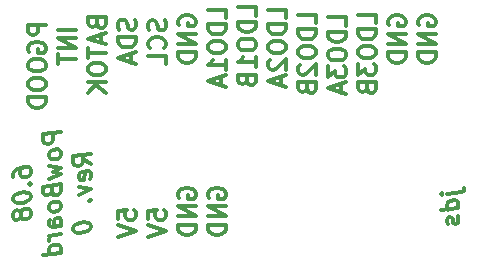
<source format=gbo>
G04 #@! TF.FileFunction,Legend,Bot*
%FSLAX46Y46*%
G04 Gerber Fmt 4.6, Leading zero omitted, Abs format (unit mm)*
G04 Created by KiCad (PCBNEW 4.0.6) date Monday, December 04, 2017 'PMt' 08:22:42 PM*
%MOMM*%
%LPD*%
G01*
G04 APERTURE LIST*
%ADD10C,0.100000*%
%ADD11C,0.300000*%
G04 APERTURE END LIST*
D10*
D11*
X184463571Y-128294465D02*
X185749286Y-128133750D01*
X185892143Y-128044464D01*
X185963571Y-127892679D01*
X185963571Y-127821251D01*
X183963571Y-128356965D02*
X184035000Y-128276607D01*
X184106429Y-128339107D01*
X184035000Y-128419464D01*
X183963571Y-128356965D01*
X184106429Y-128339107D01*
X185463571Y-129526608D02*
X183963571Y-129714108D01*
X185392143Y-129535536D02*
X185463571Y-129383751D01*
X185463571Y-129098037D01*
X185392143Y-128964107D01*
X185320714Y-128901608D01*
X185177857Y-128848036D01*
X184749286Y-128901607D01*
X184606429Y-128990893D01*
X184535000Y-129071250D01*
X184463571Y-129223037D01*
X184463571Y-129508751D01*
X184535000Y-129642679D01*
X185392143Y-130178393D02*
X185463571Y-130312322D01*
X185463571Y-130598037D01*
X185392143Y-130749822D01*
X185249286Y-130839107D01*
X185177857Y-130848036D01*
X185035000Y-130794465D01*
X184963571Y-130660537D01*
X184963571Y-130446251D01*
X184892143Y-130312322D01*
X184749286Y-130258750D01*
X184677857Y-130267679D01*
X184535000Y-130356965D01*
X184463571Y-130508751D01*
X184463571Y-130723037D01*
X184535000Y-130856965D01*
X147758571Y-126872680D02*
X147758571Y-126586966D01*
X147830000Y-126435180D01*
X147901429Y-126354822D01*
X148115714Y-126185180D01*
X148401429Y-126078036D01*
X148972857Y-126006608D01*
X149115714Y-126060180D01*
X149187143Y-126122679D01*
X149258571Y-126256609D01*
X149258571Y-126542323D01*
X149187143Y-126694108D01*
X149115714Y-126774466D01*
X148972857Y-126863751D01*
X148615714Y-126908394D01*
X148472857Y-126854823D01*
X148401429Y-126792322D01*
X148330000Y-126658394D01*
X148330000Y-126372680D01*
X148401429Y-126220893D01*
X148472857Y-126140537D01*
X148615714Y-126051251D01*
X149115714Y-127488751D02*
X149187143Y-127551250D01*
X149258571Y-127470894D01*
X149187143Y-127408393D01*
X149115714Y-127488751D01*
X149258571Y-127470894D01*
X147758571Y-128658394D02*
X147758571Y-128801251D01*
X147830000Y-128935179D01*
X147901429Y-128997679D01*
X148044286Y-129051251D01*
X148330000Y-129086965D01*
X148687143Y-129042322D01*
X148972857Y-128935180D01*
X149115714Y-128845894D01*
X149187143Y-128765536D01*
X149258571Y-128613751D01*
X149258571Y-128470894D01*
X149187143Y-128336965D01*
X149115714Y-128274465D01*
X148972857Y-128220894D01*
X148687143Y-128185179D01*
X148330000Y-128229822D01*
X148044286Y-128336965D01*
X147901429Y-128426250D01*
X147830000Y-128506608D01*
X147758571Y-128658394D01*
X148401429Y-129935179D02*
X148330000Y-129801250D01*
X148258571Y-129738751D01*
X148115714Y-129685179D01*
X148044286Y-129694107D01*
X147901429Y-129783393D01*
X147830000Y-129863750D01*
X147758571Y-130015537D01*
X147758571Y-130301251D01*
X147830000Y-130435179D01*
X147901429Y-130497679D01*
X148044286Y-130551250D01*
X148115714Y-130542322D01*
X148258571Y-130453037D01*
X148330000Y-130372679D01*
X148401429Y-130220893D01*
X148401429Y-129935179D01*
X148472857Y-129783393D01*
X148544286Y-129703036D01*
X148687143Y-129613750D01*
X148972857Y-129578036D01*
X149115714Y-129631608D01*
X149187143Y-129694107D01*
X149258571Y-129828037D01*
X149258571Y-130113751D01*
X149187143Y-130265536D01*
X149115714Y-130345894D01*
X148972857Y-130435179D01*
X148687143Y-130470893D01*
X148544286Y-130417322D01*
X148472857Y-130354822D01*
X148401429Y-130220893D01*
X151808571Y-123078036D02*
X150308571Y-123265536D01*
X150308571Y-123836964D01*
X150380000Y-123970893D01*
X150451429Y-124033392D01*
X150594286Y-124086964D01*
X150808571Y-124060179D01*
X150951429Y-123970892D01*
X151022857Y-123890536D01*
X151094286Y-123738749D01*
X151094286Y-123167321D01*
X151808571Y-124792322D02*
X151737143Y-124658392D01*
X151665714Y-124595893D01*
X151522857Y-124542321D01*
X151094286Y-124595892D01*
X150951429Y-124685178D01*
X150880000Y-124765535D01*
X150808571Y-124917322D01*
X150808571Y-125131607D01*
X150880000Y-125265535D01*
X150951429Y-125328035D01*
X151094286Y-125381607D01*
X151522857Y-125328036D01*
X151665714Y-125238750D01*
X151737143Y-125158392D01*
X151808571Y-125006607D01*
X151808571Y-124792322D01*
X150808571Y-125917322D02*
X151808571Y-126078036D01*
X151094286Y-126453035D01*
X151808571Y-126649465D01*
X150808571Y-127060179D01*
X151022857Y-128104822D02*
X151094286Y-128310179D01*
X151165714Y-128372679D01*
X151308571Y-128426251D01*
X151522857Y-128399465D01*
X151665714Y-128310179D01*
X151737143Y-128229822D01*
X151808571Y-128078036D01*
X151808571Y-127506608D01*
X150308571Y-127694108D01*
X150308571Y-128194108D01*
X150380000Y-128328036D01*
X150451429Y-128390536D01*
X150594286Y-128444107D01*
X150737143Y-128426250D01*
X150880000Y-128336965D01*
X150951429Y-128256607D01*
X151022857Y-128104822D01*
X151022857Y-127604822D01*
X151808571Y-129220894D02*
X151737143Y-129086964D01*
X151665714Y-129024465D01*
X151522857Y-128970893D01*
X151094286Y-129024464D01*
X150951429Y-129113750D01*
X150880000Y-129194107D01*
X150808571Y-129345894D01*
X150808571Y-129560179D01*
X150880000Y-129694107D01*
X150951429Y-129756607D01*
X151094286Y-129810179D01*
X151522857Y-129756608D01*
X151665714Y-129667322D01*
X151737143Y-129586964D01*
X151808571Y-129435179D01*
X151808571Y-129220894D01*
X151808571Y-131006608D02*
X151022857Y-131104822D01*
X150880000Y-131051250D01*
X150808571Y-130917322D01*
X150808571Y-130631608D01*
X150880000Y-130479822D01*
X151737143Y-131015536D02*
X151808571Y-130863751D01*
X151808571Y-130506608D01*
X151737143Y-130372679D01*
X151594286Y-130319107D01*
X151451429Y-130336964D01*
X151308571Y-130426251D01*
X151237143Y-130578036D01*
X151237143Y-130935179D01*
X151165714Y-131086965D01*
X151808571Y-131720894D02*
X150808571Y-131845894D01*
X151094286Y-131810179D02*
X150951429Y-131899464D01*
X150880000Y-131979822D01*
X150808571Y-132131608D01*
X150808571Y-132274465D01*
X151808571Y-133292322D02*
X150308571Y-133479822D01*
X151737143Y-133301250D02*
X151808571Y-133149465D01*
X151808571Y-132863751D01*
X151737143Y-132729821D01*
X151665714Y-132667322D01*
X151522857Y-132613750D01*
X151094286Y-132667321D01*
X150951429Y-132756607D01*
X150880000Y-132836964D01*
X150808571Y-132988751D01*
X150808571Y-133274465D01*
X150880000Y-133408393D01*
X154358571Y-125792323D02*
X153644286Y-125381608D01*
X154358571Y-124935180D02*
X152858571Y-125122680D01*
X152858571Y-125694108D01*
X152930000Y-125828037D01*
X153001429Y-125890536D01*
X153144286Y-125944108D01*
X153358571Y-125917323D01*
X153501429Y-125828036D01*
X153572857Y-125747680D01*
X153644286Y-125595893D01*
X153644286Y-125024465D01*
X154287143Y-127015536D02*
X154358571Y-126863751D01*
X154358571Y-126578037D01*
X154287143Y-126444108D01*
X154144286Y-126390536D01*
X153572857Y-126461965D01*
X153430000Y-126551251D01*
X153358571Y-126703037D01*
X153358571Y-126988751D01*
X153430000Y-127122679D01*
X153572857Y-127176251D01*
X153715714Y-127158394D01*
X153858571Y-126426251D01*
X153358571Y-127703037D02*
X154358571Y-127935180D01*
X153358571Y-128417322D01*
X154215714Y-128881608D02*
X154287143Y-128944107D01*
X154358571Y-128863751D01*
X154287143Y-128801250D01*
X154215714Y-128881608D01*
X154358571Y-128863751D01*
X152858571Y-131194108D02*
X152858571Y-131336965D01*
X152930000Y-131470893D01*
X153001429Y-131533393D01*
X153144286Y-131586965D01*
X153430000Y-131622679D01*
X153787143Y-131578036D01*
X154072857Y-131470894D01*
X154215714Y-131381608D01*
X154287143Y-131301250D01*
X154358571Y-131149465D01*
X154358571Y-131006608D01*
X154287143Y-130872679D01*
X154215714Y-130810179D01*
X154072857Y-130756608D01*
X153787143Y-130720893D01*
X153430000Y-130765536D01*
X153144286Y-130872679D01*
X153001429Y-130961964D01*
X152930000Y-131042322D01*
X152858571Y-131194108D01*
X156658571Y-130437144D02*
X156658571Y-129722858D01*
X157372857Y-129651429D01*
X157301429Y-129722858D01*
X157230000Y-129865715D01*
X157230000Y-130222858D01*
X157301429Y-130365715D01*
X157372857Y-130437144D01*
X157515714Y-130508572D01*
X157872857Y-130508572D01*
X158015714Y-130437144D01*
X158087143Y-130365715D01*
X158158571Y-130222858D01*
X158158571Y-129865715D01*
X158087143Y-129722858D01*
X158015714Y-129651429D01*
X156658571Y-130937143D02*
X158158571Y-131437143D01*
X156658571Y-131937143D01*
X159198571Y-130437144D02*
X159198571Y-129722858D01*
X159912857Y-129651429D01*
X159841429Y-129722858D01*
X159770000Y-129865715D01*
X159770000Y-130222858D01*
X159841429Y-130365715D01*
X159912857Y-130437144D01*
X160055714Y-130508572D01*
X160412857Y-130508572D01*
X160555714Y-130437144D01*
X160627143Y-130365715D01*
X160698571Y-130222858D01*
X160698571Y-129865715D01*
X160627143Y-129722858D01*
X160555714Y-129651429D01*
X159198571Y-130937143D02*
X160698571Y-131437143D01*
X159198571Y-131937143D01*
X161810000Y-128651428D02*
X161738571Y-128508571D01*
X161738571Y-128294285D01*
X161810000Y-128080000D01*
X161952857Y-127937142D01*
X162095714Y-127865714D01*
X162381429Y-127794285D01*
X162595714Y-127794285D01*
X162881429Y-127865714D01*
X163024286Y-127937142D01*
X163167143Y-128080000D01*
X163238571Y-128294285D01*
X163238571Y-128437142D01*
X163167143Y-128651428D01*
X163095714Y-128722857D01*
X162595714Y-128722857D01*
X162595714Y-128437142D01*
X163238571Y-129365714D02*
X161738571Y-129365714D01*
X163238571Y-130222857D01*
X161738571Y-130222857D01*
X163238571Y-130937143D02*
X161738571Y-130937143D01*
X161738571Y-131294286D01*
X161810000Y-131508571D01*
X161952857Y-131651429D01*
X162095714Y-131722857D01*
X162381429Y-131794286D01*
X162595714Y-131794286D01*
X162881429Y-131722857D01*
X163024286Y-131651429D01*
X163167143Y-131508571D01*
X163238571Y-131294286D01*
X163238571Y-130937143D01*
X164350000Y-128651428D02*
X164278571Y-128508571D01*
X164278571Y-128294285D01*
X164350000Y-128080000D01*
X164492857Y-127937142D01*
X164635714Y-127865714D01*
X164921429Y-127794285D01*
X165135714Y-127794285D01*
X165421429Y-127865714D01*
X165564286Y-127937142D01*
X165707143Y-128080000D01*
X165778571Y-128294285D01*
X165778571Y-128437142D01*
X165707143Y-128651428D01*
X165635714Y-128722857D01*
X165135714Y-128722857D01*
X165135714Y-128437142D01*
X165778571Y-129365714D02*
X164278571Y-129365714D01*
X165778571Y-130222857D01*
X164278571Y-130222857D01*
X165778571Y-130937143D02*
X164278571Y-130937143D01*
X164278571Y-131294286D01*
X164350000Y-131508571D01*
X164492857Y-131651429D01*
X164635714Y-131722857D01*
X164921429Y-131794286D01*
X165135714Y-131794286D01*
X165421429Y-131722857D01*
X165564286Y-131651429D01*
X165707143Y-131508571D01*
X165778571Y-131294286D01*
X165778571Y-130937143D01*
X150538571Y-113999285D02*
X149038571Y-113999285D01*
X149038571Y-114570713D01*
X149110000Y-114713571D01*
X149181429Y-114784999D01*
X149324286Y-114856428D01*
X149538571Y-114856428D01*
X149681429Y-114784999D01*
X149752857Y-114713571D01*
X149824286Y-114570713D01*
X149824286Y-113999285D01*
X149110000Y-116284999D02*
X149038571Y-116142142D01*
X149038571Y-115927856D01*
X149110000Y-115713571D01*
X149252857Y-115570713D01*
X149395714Y-115499285D01*
X149681429Y-115427856D01*
X149895714Y-115427856D01*
X150181429Y-115499285D01*
X150324286Y-115570713D01*
X150467143Y-115713571D01*
X150538571Y-115927856D01*
X150538571Y-116070713D01*
X150467143Y-116284999D01*
X150395714Y-116356428D01*
X149895714Y-116356428D01*
X149895714Y-116070713D01*
X149038571Y-117284999D02*
X149038571Y-117570713D01*
X149110000Y-117713571D01*
X149252857Y-117856428D01*
X149538571Y-117927856D01*
X150038571Y-117927856D01*
X150324286Y-117856428D01*
X150467143Y-117713571D01*
X150538571Y-117570713D01*
X150538571Y-117284999D01*
X150467143Y-117142142D01*
X150324286Y-116999285D01*
X150038571Y-116927856D01*
X149538571Y-116927856D01*
X149252857Y-116999285D01*
X149110000Y-117142142D01*
X149038571Y-117284999D01*
X149038571Y-118856428D02*
X149038571Y-119142142D01*
X149110000Y-119285000D01*
X149252857Y-119427857D01*
X149538571Y-119499285D01*
X150038571Y-119499285D01*
X150324286Y-119427857D01*
X150467143Y-119285000D01*
X150538571Y-119142142D01*
X150538571Y-118856428D01*
X150467143Y-118713571D01*
X150324286Y-118570714D01*
X150038571Y-118499285D01*
X149538571Y-118499285D01*
X149252857Y-118570714D01*
X149110000Y-118713571D01*
X149038571Y-118856428D01*
X150538571Y-120142143D02*
X149038571Y-120142143D01*
X149038571Y-120499286D01*
X149110000Y-120713571D01*
X149252857Y-120856429D01*
X149395714Y-120927857D01*
X149681429Y-120999286D01*
X149895714Y-120999286D01*
X150181429Y-120927857D01*
X150324286Y-120856429D01*
X150467143Y-120713571D01*
X150538571Y-120499286D01*
X150538571Y-120142143D01*
X153078571Y-114403571D02*
X151578571Y-114403571D01*
X153078571Y-115117857D02*
X151578571Y-115117857D01*
X153078571Y-115975000D01*
X151578571Y-115975000D01*
X151578571Y-116475000D02*
X151578571Y-117332143D01*
X153078571Y-116903572D02*
X151578571Y-116903572D01*
X154832857Y-113872143D02*
X154904286Y-114086429D01*
X154975714Y-114157857D01*
X155118571Y-114229286D01*
X155332857Y-114229286D01*
X155475714Y-114157857D01*
X155547143Y-114086429D01*
X155618571Y-113943571D01*
X155618571Y-113372143D01*
X154118571Y-113372143D01*
X154118571Y-113872143D01*
X154190000Y-114015000D01*
X154261429Y-114086429D01*
X154404286Y-114157857D01*
X154547143Y-114157857D01*
X154690000Y-114086429D01*
X154761429Y-114015000D01*
X154832857Y-113872143D01*
X154832857Y-113372143D01*
X155190000Y-114800714D02*
X155190000Y-115515000D01*
X155618571Y-114657857D02*
X154118571Y-115157857D01*
X155618571Y-115657857D01*
X154118571Y-115943571D02*
X154118571Y-116800714D01*
X155618571Y-116372143D02*
X154118571Y-116372143D01*
X154118571Y-117586428D02*
X154118571Y-117872142D01*
X154190000Y-118015000D01*
X154332857Y-118157857D01*
X154618571Y-118229285D01*
X155118571Y-118229285D01*
X155404286Y-118157857D01*
X155547143Y-118015000D01*
X155618571Y-117872142D01*
X155618571Y-117586428D01*
X155547143Y-117443571D01*
X155404286Y-117300714D01*
X155118571Y-117229285D01*
X154618571Y-117229285D01*
X154332857Y-117300714D01*
X154190000Y-117443571D01*
X154118571Y-117586428D01*
X155618571Y-118872143D02*
X154118571Y-118872143D01*
X155618571Y-119729286D02*
X154761429Y-119086429D01*
X154118571Y-119729286D02*
X154975714Y-118872143D01*
X158087143Y-113546429D02*
X158158571Y-113760715D01*
X158158571Y-114117858D01*
X158087143Y-114260715D01*
X158015714Y-114332144D01*
X157872857Y-114403572D01*
X157730000Y-114403572D01*
X157587143Y-114332144D01*
X157515714Y-114260715D01*
X157444286Y-114117858D01*
X157372857Y-113832144D01*
X157301429Y-113689286D01*
X157230000Y-113617858D01*
X157087143Y-113546429D01*
X156944286Y-113546429D01*
X156801429Y-113617858D01*
X156730000Y-113689286D01*
X156658571Y-113832144D01*
X156658571Y-114189286D01*
X156730000Y-114403572D01*
X158158571Y-115046429D02*
X156658571Y-115046429D01*
X156658571Y-115403572D01*
X156730000Y-115617857D01*
X156872857Y-115760715D01*
X157015714Y-115832143D01*
X157301429Y-115903572D01*
X157515714Y-115903572D01*
X157801429Y-115832143D01*
X157944286Y-115760715D01*
X158087143Y-115617857D01*
X158158571Y-115403572D01*
X158158571Y-115046429D01*
X157730000Y-116475000D02*
X157730000Y-117189286D01*
X158158571Y-116332143D02*
X156658571Y-116832143D01*
X158158571Y-117332143D01*
X160627143Y-113617857D02*
X160698571Y-113832143D01*
X160698571Y-114189286D01*
X160627143Y-114332143D01*
X160555714Y-114403572D01*
X160412857Y-114475000D01*
X160270000Y-114475000D01*
X160127143Y-114403572D01*
X160055714Y-114332143D01*
X159984286Y-114189286D01*
X159912857Y-113903572D01*
X159841429Y-113760714D01*
X159770000Y-113689286D01*
X159627143Y-113617857D01*
X159484286Y-113617857D01*
X159341429Y-113689286D01*
X159270000Y-113760714D01*
X159198571Y-113903572D01*
X159198571Y-114260714D01*
X159270000Y-114475000D01*
X160555714Y-115975000D02*
X160627143Y-115903571D01*
X160698571Y-115689285D01*
X160698571Y-115546428D01*
X160627143Y-115332143D01*
X160484286Y-115189285D01*
X160341429Y-115117857D01*
X160055714Y-115046428D01*
X159841429Y-115046428D01*
X159555714Y-115117857D01*
X159412857Y-115189285D01*
X159270000Y-115332143D01*
X159198571Y-115546428D01*
X159198571Y-115689285D01*
X159270000Y-115903571D01*
X159341429Y-115975000D01*
X160698571Y-117332143D02*
X160698571Y-116617857D01*
X159198571Y-116617857D01*
X161810000Y-114046428D02*
X161738571Y-113903571D01*
X161738571Y-113689285D01*
X161810000Y-113475000D01*
X161952857Y-113332142D01*
X162095714Y-113260714D01*
X162381429Y-113189285D01*
X162595714Y-113189285D01*
X162881429Y-113260714D01*
X163024286Y-113332142D01*
X163167143Y-113475000D01*
X163238571Y-113689285D01*
X163238571Y-113832142D01*
X163167143Y-114046428D01*
X163095714Y-114117857D01*
X162595714Y-114117857D01*
X162595714Y-113832142D01*
X163238571Y-114760714D02*
X161738571Y-114760714D01*
X163238571Y-115617857D01*
X161738571Y-115617857D01*
X163238571Y-116332143D02*
X161738571Y-116332143D01*
X161738571Y-116689286D01*
X161810000Y-116903571D01*
X161952857Y-117046429D01*
X162095714Y-117117857D01*
X162381429Y-117189286D01*
X162595714Y-117189286D01*
X162881429Y-117117857D01*
X163024286Y-117046429D01*
X163167143Y-116903571D01*
X163238571Y-116689286D01*
X163238571Y-116332143D01*
X165778571Y-113451429D02*
X165778571Y-112737143D01*
X164278571Y-112737143D01*
X165778571Y-113951429D02*
X164278571Y-113951429D01*
X164278571Y-114308572D01*
X164350000Y-114522857D01*
X164492857Y-114665715D01*
X164635714Y-114737143D01*
X164921429Y-114808572D01*
X165135714Y-114808572D01*
X165421429Y-114737143D01*
X165564286Y-114665715D01*
X165707143Y-114522857D01*
X165778571Y-114308572D01*
X165778571Y-113951429D01*
X164278571Y-115737143D02*
X164278571Y-116022857D01*
X164350000Y-116165715D01*
X164492857Y-116308572D01*
X164778571Y-116380000D01*
X165278571Y-116380000D01*
X165564286Y-116308572D01*
X165707143Y-116165715D01*
X165778571Y-116022857D01*
X165778571Y-115737143D01*
X165707143Y-115594286D01*
X165564286Y-115451429D01*
X165278571Y-115380000D01*
X164778571Y-115380000D01*
X164492857Y-115451429D01*
X164350000Y-115594286D01*
X164278571Y-115737143D01*
X165778571Y-117808572D02*
X165778571Y-116951429D01*
X165778571Y-117380001D02*
X164278571Y-117380001D01*
X164492857Y-117237144D01*
X164635714Y-117094286D01*
X164707143Y-116951429D01*
X165350000Y-118380000D02*
X165350000Y-119094286D01*
X165778571Y-118237143D02*
X164278571Y-118737143D01*
X165778571Y-119237143D01*
X168318571Y-113237143D02*
X168318571Y-112522857D01*
X166818571Y-112522857D01*
X168318571Y-113737143D02*
X166818571Y-113737143D01*
X166818571Y-114094286D01*
X166890000Y-114308571D01*
X167032857Y-114451429D01*
X167175714Y-114522857D01*
X167461429Y-114594286D01*
X167675714Y-114594286D01*
X167961429Y-114522857D01*
X168104286Y-114451429D01*
X168247143Y-114308571D01*
X168318571Y-114094286D01*
X168318571Y-113737143D01*
X166818571Y-115522857D02*
X166818571Y-115808571D01*
X166890000Y-115951429D01*
X167032857Y-116094286D01*
X167318571Y-116165714D01*
X167818571Y-116165714D01*
X168104286Y-116094286D01*
X168247143Y-115951429D01*
X168318571Y-115808571D01*
X168318571Y-115522857D01*
X168247143Y-115380000D01*
X168104286Y-115237143D01*
X167818571Y-115165714D01*
X167318571Y-115165714D01*
X167032857Y-115237143D01*
X166890000Y-115380000D01*
X166818571Y-115522857D01*
X168318571Y-117594286D02*
X168318571Y-116737143D01*
X168318571Y-117165715D02*
X166818571Y-117165715D01*
X167032857Y-117022858D01*
X167175714Y-116880000D01*
X167247143Y-116737143D01*
X167532857Y-118737143D02*
X167604286Y-118951429D01*
X167675714Y-119022857D01*
X167818571Y-119094286D01*
X168032857Y-119094286D01*
X168175714Y-119022857D01*
X168247143Y-118951429D01*
X168318571Y-118808571D01*
X168318571Y-118237143D01*
X166818571Y-118237143D01*
X166818571Y-118737143D01*
X166890000Y-118880000D01*
X166961429Y-118951429D01*
X167104286Y-119022857D01*
X167247143Y-119022857D01*
X167390000Y-118951429D01*
X167461429Y-118880000D01*
X167532857Y-118737143D01*
X167532857Y-118237143D01*
X170858571Y-113451429D02*
X170858571Y-112737143D01*
X169358571Y-112737143D01*
X170858571Y-113951429D02*
X169358571Y-113951429D01*
X169358571Y-114308572D01*
X169430000Y-114522857D01*
X169572857Y-114665715D01*
X169715714Y-114737143D01*
X170001429Y-114808572D01*
X170215714Y-114808572D01*
X170501429Y-114737143D01*
X170644286Y-114665715D01*
X170787143Y-114522857D01*
X170858571Y-114308572D01*
X170858571Y-113951429D01*
X169358571Y-115737143D02*
X169358571Y-116022857D01*
X169430000Y-116165715D01*
X169572857Y-116308572D01*
X169858571Y-116380000D01*
X170358571Y-116380000D01*
X170644286Y-116308572D01*
X170787143Y-116165715D01*
X170858571Y-116022857D01*
X170858571Y-115737143D01*
X170787143Y-115594286D01*
X170644286Y-115451429D01*
X170358571Y-115380000D01*
X169858571Y-115380000D01*
X169572857Y-115451429D01*
X169430000Y-115594286D01*
X169358571Y-115737143D01*
X169501429Y-116951429D02*
X169430000Y-117022858D01*
X169358571Y-117165715D01*
X169358571Y-117522858D01*
X169430000Y-117665715D01*
X169501429Y-117737144D01*
X169644286Y-117808572D01*
X169787143Y-117808572D01*
X170001429Y-117737144D01*
X170858571Y-116880001D01*
X170858571Y-117808572D01*
X170430000Y-118380000D02*
X170430000Y-119094286D01*
X170858571Y-118237143D02*
X169358571Y-118737143D01*
X170858571Y-119237143D01*
X173398571Y-113872143D02*
X173398571Y-113157857D01*
X171898571Y-113157857D01*
X173398571Y-114372143D02*
X171898571Y-114372143D01*
X171898571Y-114729286D01*
X171970000Y-114943571D01*
X172112857Y-115086429D01*
X172255714Y-115157857D01*
X172541429Y-115229286D01*
X172755714Y-115229286D01*
X173041429Y-115157857D01*
X173184286Y-115086429D01*
X173327143Y-114943571D01*
X173398571Y-114729286D01*
X173398571Y-114372143D01*
X171898571Y-116157857D02*
X171898571Y-116443571D01*
X171970000Y-116586429D01*
X172112857Y-116729286D01*
X172398571Y-116800714D01*
X172898571Y-116800714D01*
X173184286Y-116729286D01*
X173327143Y-116586429D01*
X173398571Y-116443571D01*
X173398571Y-116157857D01*
X173327143Y-116015000D01*
X173184286Y-115872143D01*
X172898571Y-115800714D01*
X172398571Y-115800714D01*
X172112857Y-115872143D01*
X171970000Y-116015000D01*
X171898571Y-116157857D01*
X172041429Y-117372143D02*
X171970000Y-117443572D01*
X171898571Y-117586429D01*
X171898571Y-117943572D01*
X171970000Y-118086429D01*
X172041429Y-118157858D01*
X172184286Y-118229286D01*
X172327143Y-118229286D01*
X172541429Y-118157858D01*
X173398571Y-117300715D01*
X173398571Y-118229286D01*
X172612857Y-119372143D02*
X172684286Y-119586429D01*
X172755714Y-119657857D01*
X172898571Y-119729286D01*
X173112857Y-119729286D01*
X173255714Y-119657857D01*
X173327143Y-119586429D01*
X173398571Y-119443571D01*
X173398571Y-118872143D01*
X171898571Y-118872143D01*
X171898571Y-119372143D01*
X171970000Y-119515000D01*
X172041429Y-119586429D01*
X172184286Y-119657857D01*
X172327143Y-119657857D01*
X172470000Y-119586429D01*
X172541429Y-119515000D01*
X172612857Y-119372143D01*
X172612857Y-118872143D01*
X175938571Y-114086429D02*
X175938571Y-113372143D01*
X174438571Y-113372143D01*
X175938571Y-114586429D02*
X174438571Y-114586429D01*
X174438571Y-114943572D01*
X174510000Y-115157857D01*
X174652857Y-115300715D01*
X174795714Y-115372143D01*
X175081429Y-115443572D01*
X175295714Y-115443572D01*
X175581429Y-115372143D01*
X175724286Y-115300715D01*
X175867143Y-115157857D01*
X175938571Y-114943572D01*
X175938571Y-114586429D01*
X174438571Y-116372143D02*
X174438571Y-116657857D01*
X174510000Y-116800715D01*
X174652857Y-116943572D01*
X174938571Y-117015000D01*
X175438571Y-117015000D01*
X175724286Y-116943572D01*
X175867143Y-116800715D01*
X175938571Y-116657857D01*
X175938571Y-116372143D01*
X175867143Y-116229286D01*
X175724286Y-116086429D01*
X175438571Y-116015000D01*
X174938571Y-116015000D01*
X174652857Y-116086429D01*
X174510000Y-116229286D01*
X174438571Y-116372143D01*
X174438571Y-117515001D02*
X174438571Y-118443572D01*
X175010000Y-117943572D01*
X175010000Y-118157858D01*
X175081429Y-118300715D01*
X175152857Y-118372144D01*
X175295714Y-118443572D01*
X175652857Y-118443572D01*
X175795714Y-118372144D01*
X175867143Y-118300715D01*
X175938571Y-118157858D01*
X175938571Y-117729286D01*
X175867143Y-117586429D01*
X175795714Y-117515001D01*
X175510000Y-119015000D02*
X175510000Y-119729286D01*
X175938571Y-118872143D02*
X174438571Y-119372143D01*
X175938571Y-119872143D01*
X178478571Y-113872143D02*
X178478571Y-113157857D01*
X176978571Y-113157857D01*
X178478571Y-114372143D02*
X176978571Y-114372143D01*
X176978571Y-114729286D01*
X177050000Y-114943571D01*
X177192857Y-115086429D01*
X177335714Y-115157857D01*
X177621429Y-115229286D01*
X177835714Y-115229286D01*
X178121429Y-115157857D01*
X178264286Y-115086429D01*
X178407143Y-114943571D01*
X178478571Y-114729286D01*
X178478571Y-114372143D01*
X176978571Y-116157857D02*
X176978571Y-116443571D01*
X177050000Y-116586429D01*
X177192857Y-116729286D01*
X177478571Y-116800714D01*
X177978571Y-116800714D01*
X178264286Y-116729286D01*
X178407143Y-116586429D01*
X178478571Y-116443571D01*
X178478571Y-116157857D01*
X178407143Y-116015000D01*
X178264286Y-115872143D01*
X177978571Y-115800714D01*
X177478571Y-115800714D01*
X177192857Y-115872143D01*
X177050000Y-116015000D01*
X176978571Y-116157857D01*
X176978571Y-117300715D02*
X176978571Y-118229286D01*
X177550000Y-117729286D01*
X177550000Y-117943572D01*
X177621429Y-118086429D01*
X177692857Y-118157858D01*
X177835714Y-118229286D01*
X178192857Y-118229286D01*
X178335714Y-118157858D01*
X178407143Y-118086429D01*
X178478571Y-117943572D01*
X178478571Y-117515000D01*
X178407143Y-117372143D01*
X178335714Y-117300715D01*
X177692857Y-119372143D02*
X177764286Y-119586429D01*
X177835714Y-119657857D01*
X177978571Y-119729286D01*
X178192857Y-119729286D01*
X178335714Y-119657857D01*
X178407143Y-119586429D01*
X178478571Y-119443571D01*
X178478571Y-118872143D01*
X176978571Y-118872143D01*
X176978571Y-119372143D01*
X177050000Y-119515000D01*
X177121429Y-119586429D01*
X177264286Y-119657857D01*
X177407143Y-119657857D01*
X177550000Y-119586429D01*
X177621429Y-119515000D01*
X177692857Y-119372143D01*
X177692857Y-118872143D01*
X179590000Y-114046428D02*
X179518571Y-113903571D01*
X179518571Y-113689285D01*
X179590000Y-113475000D01*
X179732857Y-113332142D01*
X179875714Y-113260714D01*
X180161429Y-113189285D01*
X180375714Y-113189285D01*
X180661429Y-113260714D01*
X180804286Y-113332142D01*
X180947143Y-113475000D01*
X181018571Y-113689285D01*
X181018571Y-113832142D01*
X180947143Y-114046428D01*
X180875714Y-114117857D01*
X180375714Y-114117857D01*
X180375714Y-113832142D01*
X181018571Y-114760714D02*
X179518571Y-114760714D01*
X181018571Y-115617857D01*
X179518571Y-115617857D01*
X181018571Y-116332143D02*
X179518571Y-116332143D01*
X179518571Y-116689286D01*
X179590000Y-116903571D01*
X179732857Y-117046429D01*
X179875714Y-117117857D01*
X180161429Y-117189286D01*
X180375714Y-117189286D01*
X180661429Y-117117857D01*
X180804286Y-117046429D01*
X180947143Y-116903571D01*
X181018571Y-116689286D01*
X181018571Y-116332143D01*
X182130000Y-114046428D02*
X182058571Y-113903571D01*
X182058571Y-113689285D01*
X182130000Y-113475000D01*
X182272857Y-113332142D01*
X182415714Y-113260714D01*
X182701429Y-113189285D01*
X182915714Y-113189285D01*
X183201429Y-113260714D01*
X183344286Y-113332142D01*
X183487143Y-113475000D01*
X183558571Y-113689285D01*
X183558571Y-113832142D01*
X183487143Y-114046428D01*
X183415714Y-114117857D01*
X182915714Y-114117857D01*
X182915714Y-113832142D01*
X183558571Y-114760714D02*
X182058571Y-114760714D01*
X183558571Y-115617857D01*
X182058571Y-115617857D01*
X183558571Y-116332143D02*
X182058571Y-116332143D01*
X182058571Y-116689286D01*
X182130000Y-116903571D01*
X182272857Y-117046429D01*
X182415714Y-117117857D01*
X182701429Y-117189286D01*
X182915714Y-117189286D01*
X183201429Y-117117857D01*
X183344286Y-117046429D01*
X183487143Y-116903571D01*
X183558571Y-116689286D01*
X183558571Y-116332143D01*
M02*

</source>
